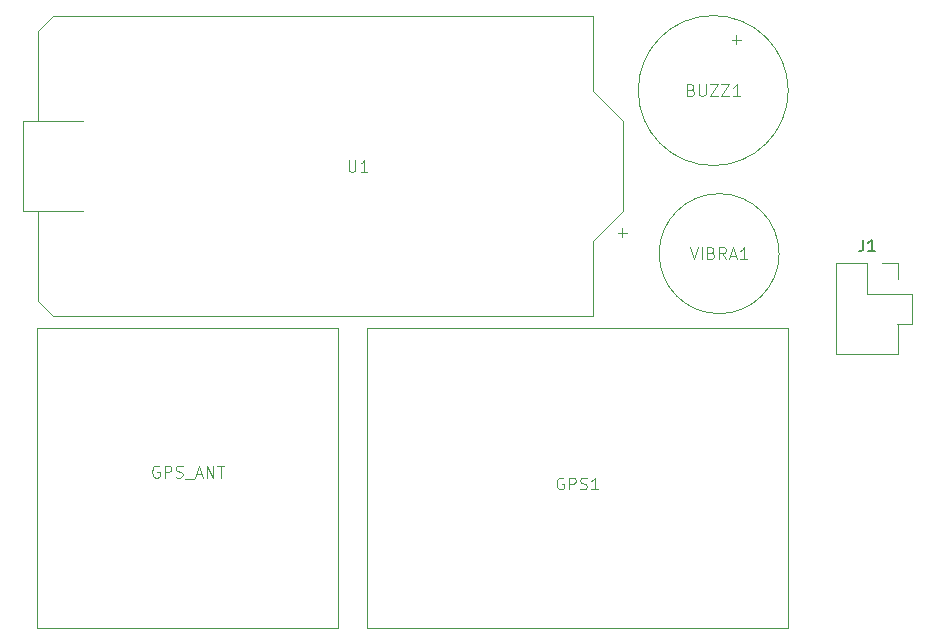
<source format=gbr>
%TF.GenerationSoftware,KiCad,Pcbnew,8.0.4*%
%TF.CreationDate,2024-12-05T13:36:44-08:00*%
%TF.ProjectId,DC33_Cnet_Badge_Main,44433333-5f43-46e6-9574-5f4261646765,rev?*%
%TF.SameCoordinates,Original*%
%TF.FileFunction,Legend,Top*%
%TF.FilePolarity,Positive*%
%FSLAX46Y46*%
G04 Gerber Fmt 4.6, Leading zero omitted, Abs format (unit mm)*
G04 Created by KiCad (PCBNEW 8.0.4) date 2024-12-05 13:36:44*
%MOMM*%
%LPD*%
G01*
G04 APERTURE LIST*
%ADD10C,0.100000*%
%ADD11C,0.150000*%
%ADD12C,0.120000*%
G04 APERTURE END LIST*
D10*
X176523810Y-74957419D02*
X176857143Y-75957419D01*
X176857143Y-75957419D02*
X177190476Y-74957419D01*
X177523810Y-75957419D02*
X177523810Y-74957419D01*
X178333333Y-75433609D02*
X178476190Y-75481228D01*
X178476190Y-75481228D02*
X178523809Y-75528847D01*
X178523809Y-75528847D02*
X178571428Y-75624085D01*
X178571428Y-75624085D02*
X178571428Y-75766942D01*
X178571428Y-75766942D02*
X178523809Y-75862180D01*
X178523809Y-75862180D02*
X178476190Y-75909800D01*
X178476190Y-75909800D02*
X178380952Y-75957419D01*
X178380952Y-75957419D02*
X178000000Y-75957419D01*
X178000000Y-75957419D02*
X178000000Y-74957419D01*
X178000000Y-74957419D02*
X178333333Y-74957419D01*
X178333333Y-74957419D02*
X178428571Y-75005038D01*
X178428571Y-75005038D02*
X178476190Y-75052657D01*
X178476190Y-75052657D02*
X178523809Y-75147895D01*
X178523809Y-75147895D02*
X178523809Y-75243133D01*
X178523809Y-75243133D02*
X178476190Y-75338371D01*
X178476190Y-75338371D02*
X178428571Y-75385990D01*
X178428571Y-75385990D02*
X178333333Y-75433609D01*
X178333333Y-75433609D02*
X178000000Y-75433609D01*
X179571428Y-75957419D02*
X179238095Y-75481228D01*
X179000000Y-75957419D02*
X179000000Y-74957419D01*
X179000000Y-74957419D02*
X179380952Y-74957419D01*
X179380952Y-74957419D02*
X179476190Y-75005038D01*
X179476190Y-75005038D02*
X179523809Y-75052657D01*
X179523809Y-75052657D02*
X179571428Y-75147895D01*
X179571428Y-75147895D02*
X179571428Y-75290752D01*
X179571428Y-75290752D02*
X179523809Y-75385990D01*
X179523809Y-75385990D02*
X179476190Y-75433609D01*
X179476190Y-75433609D02*
X179380952Y-75481228D01*
X179380952Y-75481228D02*
X179000000Y-75481228D01*
X179952381Y-75671704D02*
X180428571Y-75671704D01*
X179857143Y-75957419D02*
X180190476Y-74957419D01*
X180190476Y-74957419D02*
X180523809Y-75957419D01*
X181380952Y-75957419D02*
X180809524Y-75957419D01*
X181095238Y-75957419D02*
X181095238Y-74957419D01*
X181095238Y-74957419D02*
X181000000Y-75100276D01*
X181000000Y-75100276D02*
X180904762Y-75195514D01*
X180904762Y-75195514D02*
X180809524Y-75243133D01*
X170413884Y-73721466D02*
X171175789Y-73721466D01*
X170794836Y-74102419D02*
X170794836Y-73340514D01*
D11*
X191196666Y-74304819D02*
X191196666Y-75019104D01*
X191196666Y-75019104D02*
X191149047Y-75161961D01*
X191149047Y-75161961D02*
X191053809Y-75257200D01*
X191053809Y-75257200D02*
X190910952Y-75304819D01*
X190910952Y-75304819D02*
X190815714Y-75304819D01*
X192196666Y-75304819D02*
X191625238Y-75304819D01*
X191910952Y-75304819D02*
X191910952Y-74304819D01*
X191910952Y-74304819D02*
X191815714Y-74447676D01*
X191815714Y-74447676D02*
X191720476Y-74542914D01*
X191720476Y-74542914D02*
X191625238Y-74590533D01*
D10*
X176619047Y-61623609D02*
X176761904Y-61671228D01*
X176761904Y-61671228D02*
X176809523Y-61718847D01*
X176809523Y-61718847D02*
X176857142Y-61814085D01*
X176857142Y-61814085D02*
X176857142Y-61956942D01*
X176857142Y-61956942D02*
X176809523Y-62052180D01*
X176809523Y-62052180D02*
X176761904Y-62099800D01*
X176761904Y-62099800D02*
X176666666Y-62147419D01*
X176666666Y-62147419D02*
X176285714Y-62147419D01*
X176285714Y-62147419D02*
X176285714Y-61147419D01*
X176285714Y-61147419D02*
X176619047Y-61147419D01*
X176619047Y-61147419D02*
X176714285Y-61195038D01*
X176714285Y-61195038D02*
X176761904Y-61242657D01*
X176761904Y-61242657D02*
X176809523Y-61337895D01*
X176809523Y-61337895D02*
X176809523Y-61433133D01*
X176809523Y-61433133D02*
X176761904Y-61528371D01*
X176761904Y-61528371D02*
X176714285Y-61575990D01*
X176714285Y-61575990D02*
X176619047Y-61623609D01*
X176619047Y-61623609D02*
X176285714Y-61623609D01*
X177285714Y-61147419D02*
X177285714Y-61956942D01*
X177285714Y-61956942D02*
X177333333Y-62052180D01*
X177333333Y-62052180D02*
X177380952Y-62099800D01*
X177380952Y-62099800D02*
X177476190Y-62147419D01*
X177476190Y-62147419D02*
X177666666Y-62147419D01*
X177666666Y-62147419D02*
X177761904Y-62099800D01*
X177761904Y-62099800D02*
X177809523Y-62052180D01*
X177809523Y-62052180D02*
X177857142Y-61956942D01*
X177857142Y-61956942D02*
X177857142Y-61147419D01*
X178238095Y-61147419D02*
X178904761Y-61147419D01*
X178904761Y-61147419D02*
X178238095Y-62147419D01*
X178238095Y-62147419D02*
X178904761Y-62147419D01*
X179190476Y-61147419D02*
X179857142Y-61147419D01*
X179857142Y-61147419D02*
X179190476Y-62147419D01*
X179190476Y-62147419D02*
X179857142Y-62147419D01*
X180761904Y-62147419D02*
X180190476Y-62147419D01*
X180476190Y-62147419D02*
X180476190Y-61147419D01*
X180476190Y-61147419D02*
X180380952Y-61290276D01*
X180380952Y-61290276D02*
X180285714Y-61385514D01*
X180285714Y-61385514D02*
X180190476Y-61433133D01*
X180073884Y-57371466D02*
X180835789Y-57371466D01*
X180454836Y-57752419D02*
X180454836Y-56990514D01*
X131571428Y-93505038D02*
X131476190Y-93457419D01*
X131476190Y-93457419D02*
X131333333Y-93457419D01*
X131333333Y-93457419D02*
X131190476Y-93505038D01*
X131190476Y-93505038D02*
X131095238Y-93600276D01*
X131095238Y-93600276D02*
X131047619Y-93695514D01*
X131047619Y-93695514D02*
X131000000Y-93885990D01*
X131000000Y-93885990D02*
X131000000Y-94028847D01*
X131000000Y-94028847D02*
X131047619Y-94219323D01*
X131047619Y-94219323D02*
X131095238Y-94314561D01*
X131095238Y-94314561D02*
X131190476Y-94409800D01*
X131190476Y-94409800D02*
X131333333Y-94457419D01*
X131333333Y-94457419D02*
X131428571Y-94457419D01*
X131428571Y-94457419D02*
X131571428Y-94409800D01*
X131571428Y-94409800D02*
X131619047Y-94362180D01*
X131619047Y-94362180D02*
X131619047Y-94028847D01*
X131619047Y-94028847D02*
X131428571Y-94028847D01*
X132047619Y-94457419D02*
X132047619Y-93457419D01*
X132047619Y-93457419D02*
X132428571Y-93457419D01*
X132428571Y-93457419D02*
X132523809Y-93505038D01*
X132523809Y-93505038D02*
X132571428Y-93552657D01*
X132571428Y-93552657D02*
X132619047Y-93647895D01*
X132619047Y-93647895D02*
X132619047Y-93790752D01*
X132619047Y-93790752D02*
X132571428Y-93885990D01*
X132571428Y-93885990D02*
X132523809Y-93933609D01*
X132523809Y-93933609D02*
X132428571Y-93981228D01*
X132428571Y-93981228D02*
X132047619Y-93981228D01*
X133000000Y-94409800D02*
X133142857Y-94457419D01*
X133142857Y-94457419D02*
X133380952Y-94457419D01*
X133380952Y-94457419D02*
X133476190Y-94409800D01*
X133476190Y-94409800D02*
X133523809Y-94362180D01*
X133523809Y-94362180D02*
X133571428Y-94266942D01*
X133571428Y-94266942D02*
X133571428Y-94171704D01*
X133571428Y-94171704D02*
X133523809Y-94076466D01*
X133523809Y-94076466D02*
X133476190Y-94028847D01*
X133476190Y-94028847D02*
X133380952Y-93981228D01*
X133380952Y-93981228D02*
X133190476Y-93933609D01*
X133190476Y-93933609D02*
X133095238Y-93885990D01*
X133095238Y-93885990D02*
X133047619Y-93838371D01*
X133047619Y-93838371D02*
X133000000Y-93743133D01*
X133000000Y-93743133D02*
X133000000Y-93647895D01*
X133000000Y-93647895D02*
X133047619Y-93552657D01*
X133047619Y-93552657D02*
X133095238Y-93505038D01*
X133095238Y-93505038D02*
X133190476Y-93457419D01*
X133190476Y-93457419D02*
X133428571Y-93457419D01*
X133428571Y-93457419D02*
X133571428Y-93505038D01*
X133761905Y-94552657D02*
X134523809Y-94552657D01*
X134714286Y-94171704D02*
X135190476Y-94171704D01*
X134619048Y-94457419D02*
X134952381Y-93457419D01*
X134952381Y-93457419D02*
X135285714Y-94457419D01*
X135619048Y-94457419D02*
X135619048Y-93457419D01*
X135619048Y-93457419D02*
X136190476Y-94457419D01*
X136190476Y-94457419D02*
X136190476Y-93457419D01*
X136523810Y-93457419D02*
X137095238Y-93457419D01*
X136809524Y-94457419D02*
X136809524Y-93457419D01*
X147638095Y-67557419D02*
X147638095Y-68366942D01*
X147638095Y-68366942D02*
X147685714Y-68462180D01*
X147685714Y-68462180D02*
X147733333Y-68509800D01*
X147733333Y-68509800D02*
X147828571Y-68557419D01*
X147828571Y-68557419D02*
X148019047Y-68557419D01*
X148019047Y-68557419D02*
X148114285Y-68509800D01*
X148114285Y-68509800D02*
X148161904Y-68462180D01*
X148161904Y-68462180D02*
X148209523Y-68366942D01*
X148209523Y-68366942D02*
X148209523Y-67557419D01*
X149209523Y-68557419D02*
X148638095Y-68557419D01*
X148923809Y-68557419D02*
X148923809Y-67557419D01*
X148923809Y-67557419D02*
X148828571Y-67700276D01*
X148828571Y-67700276D02*
X148733333Y-67795514D01*
X148733333Y-67795514D02*
X148638095Y-67843133D01*
X165809523Y-94505038D02*
X165714285Y-94457419D01*
X165714285Y-94457419D02*
X165571428Y-94457419D01*
X165571428Y-94457419D02*
X165428571Y-94505038D01*
X165428571Y-94505038D02*
X165333333Y-94600276D01*
X165333333Y-94600276D02*
X165285714Y-94695514D01*
X165285714Y-94695514D02*
X165238095Y-94885990D01*
X165238095Y-94885990D02*
X165238095Y-95028847D01*
X165238095Y-95028847D02*
X165285714Y-95219323D01*
X165285714Y-95219323D02*
X165333333Y-95314561D01*
X165333333Y-95314561D02*
X165428571Y-95409800D01*
X165428571Y-95409800D02*
X165571428Y-95457419D01*
X165571428Y-95457419D02*
X165666666Y-95457419D01*
X165666666Y-95457419D02*
X165809523Y-95409800D01*
X165809523Y-95409800D02*
X165857142Y-95362180D01*
X165857142Y-95362180D02*
X165857142Y-95028847D01*
X165857142Y-95028847D02*
X165666666Y-95028847D01*
X166285714Y-95457419D02*
X166285714Y-94457419D01*
X166285714Y-94457419D02*
X166666666Y-94457419D01*
X166666666Y-94457419D02*
X166761904Y-94505038D01*
X166761904Y-94505038D02*
X166809523Y-94552657D01*
X166809523Y-94552657D02*
X166857142Y-94647895D01*
X166857142Y-94647895D02*
X166857142Y-94790752D01*
X166857142Y-94790752D02*
X166809523Y-94885990D01*
X166809523Y-94885990D02*
X166761904Y-94933609D01*
X166761904Y-94933609D02*
X166666666Y-94981228D01*
X166666666Y-94981228D02*
X166285714Y-94981228D01*
X167238095Y-95409800D02*
X167380952Y-95457419D01*
X167380952Y-95457419D02*
X167619047Y-95457419D01*
X167619047Y-95457419D02*
X167714285Y-95409800D01*
X167714285Y-95409800D02*
X167761904Y-95362180D01*
X167761904Y-95362180D02*
X167809523Y-95266942D01*
X167809523Y-95266942D02*
X167809523Y-95171704D01*
X167809523Y-95171704D02*
X167761904Y-95076466D01*
X167761904Y-95076466D02*
X167714285Y-95028847D01*
X167714285Y-95028847D02*
X167619047Y-94981228D01*
X167619047Y-94981228D02*
X167428571Y-94933609D01*
X167428571Y-94933609D02*
X167333333Y-94885990D01*
X167333333Y-94885990D02*
X167285714Y-94838371D01*
X167285714Y-94838371D02*
X167238095Y-94743133D01*
X167238095Y-94743133D02*
X167238095Y-94647895D01*
X167238095Y-94647895D02*
X167285714Y-94552657D01*
X167285714Y-94552657D02*
X167333333Y-94505038D01*
X167333333Y-94505038D02*
X167428571Y-94457419D01*
X167428571Y-94457419D02*
X167666666Y-94457419D01*
X167666666Y-94457419D02*
X167809523Y-94505038D01*
X168761904Y-95457419D02*
X168190476Y-95457419D01*
X168476190Y-95457419D02*
X168476190Y-94457419D01*
X168476190Y-94457419D02*
X168380952Y-94600276D01*
X168380952Y-94600276D02*
X168285714Y-94695514D01*
X168285714Y-94695514D02*
X168190476Y-94743133D01*
%TO.C,VIBRA1*%
X184080000Y-75500000D02*
G75*
G02*
X173920000Y-75500000I-5080000J0D01*
G01*
X173920000Y-75500000D02*
G75*
G02*
X184080000Y-75500000I5080000J0D01*
G01*
%TO.C,J1*%
X195340000Y-81430000D02*
X194070000Y-81430000D01*
X195340000Y-78890000D02*
X195340000Y-81430000D01*
D12*
X194130000Y-81430000D02*
X194130000Y-84030000D01*
D10*
X194130000Y-78890000D02*
X195340000Y-78890000D01*
D12*
X194130000Y-76290000D02*
X194130000Y-77620000D01*
X192800000Y-76290000D02*
X194130000Y-76290000D01*
X191530000Y-78890000D02*
X194130000Y-78890000D01*
X191530000Y-76290000D02*
X191530000Y-78890000D01*
X188930000Y-84030000D02*
X194130000Y-84030000D01*
X188930000Y-76290000D02*
X191530000Y-76290000D01*
X188930000Y-76290000D02*
X188930000Y-84030000D01*
D10*
%TO.C,BUZZ1*%
X184850000Y-61690000D02*
G75*
G02*
X172150000Y-61690000I-6350000J0D01*
G01*
X172150000Y-61690000D02*
G75*
G02*
X184850000Y-61690000I6350000J0D01*
G01*
%TO.C,GPS_ANT*%
X121287300Y-81800000D02*
X146712700Y-81800000D01*
X146712700Y-107200000D01*
X121287300Y-107200000D01*
X121287300Y-81800000D01*
%TO.C,U1*%
X120050000Y-64260000D02*
X125130000Y-64260000D01*
X120050000Y-71880000D02*
X120050000Y-64260000D01*
X121320000Y-56640000D02*
X121320000Y-64260000D01*
X121320000Y-79500000D02*
X121320000Y-71880000D01*
X122590000Y-55370000D02*
X121320000Y-56640000D01*
X122590000Y-80770000D02*
X121320000Y-79500000D01*
X125130000Y-71880000D02*
X120050000Y-71880000D01*
X168310000Y-55370000D02*
X122590000Y-55370000D01*
X168310000Y-61720000D02*
X168310000Y-55370000D01*
X168310000Y-61720000D02*
X170850000Y-64260000D01*
X168310000Y-74420000D02*
X168310000Y-80770000D01*
X168310000Y-80770000D02*
X122590000Y-80770000D01*
X170850000Y-64260000D02*
X170850000Y-71880000D01*
X170850000Y-71880000D02*
X168310000Y-74420000D01*
%TO.C,GPS1*%
X184792700Y-107200000D02*
X149207300Y-107200000D01*
X149207300Y-81800000D01*
X184792700Y-81800000D01*
X184792700Y-107200000D01*
%TD*%
M02*

</source>
